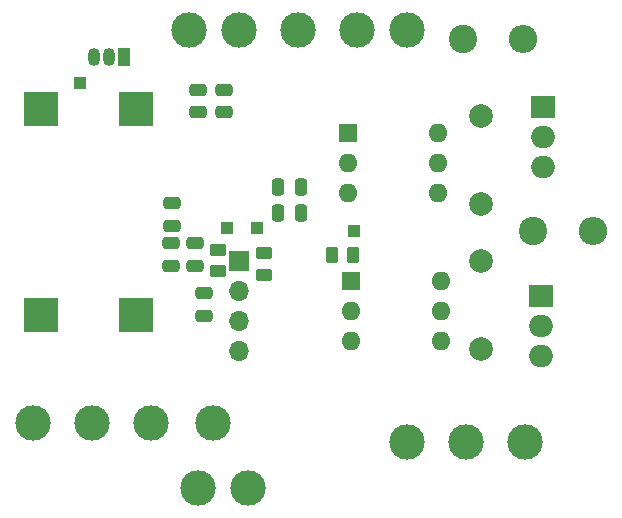
<source format=gbr>
%TF.GenerationSoftware,KiCad,Pcbnew,8.0.5-dirty*%
%TF.CreationDate,2024-11-05T15:40:09+03:00*%
%TF.ProjectId,switcher,73776974-6368-4657-922e-6b696361645f,rev?*%
%TF.SameCoordinates,Original*%
%TF.FileFunction,Soldermask,Bot*%
%TF.FilePolarity,Negative*%
%FSLAX46Y46*%
G04 Gerber Fmt 4.6, Leading zero omitted, Abs format (unit mm)*
G04 Created by KiCad (PCBNEW 8.0.5-dirty) date 2024-11-05 15:40:09*
%MOMM*%
%LPD*%
G01*
G04 APERTURE LIST*
G04 Aperture macros list*
%AMRoundRect*
0 Rectangle with rounded corners*
0 $1 Rounding radius*
0 $2 $3 $4 $5 $6 $7 $8 $9 X,Y pos of 4 corners*
0 Add a 4 corners polygon primitive as box body*
4,1,4,$2,$3,$4,$5,$6,$7,$8,$9,$2,$3,0*
0 Add four circle primitives for the rounded corners*
1,1,$1+$1,$2,$3*
1,1,$1+$1,$4,$5*
1,1,$1+$1,$6,$7*
1,1,$1+$1,$8,$9*
0 Add four rect primitives between the rounded corners*
20,1,$1+$1,$2,$3,$4,$5,0*
20,1,$1+$1,$4,$5,$6,$7,0*
20,1,$1+$1,$6,$7,$8,$9,0*
20,1,$1+$1,$8,$9,$2,$3,0*%
G04 Aperture macros list end*
%ADD10C,3.000000*%
%ADD11RoundRect,0.250000X0.262500X0.450000X-0.262500X0.450000X-0.262500X-0.450000X0.262500X-0.450000X0*%
%ADD12RoundRect,0.250000X0.475000X-0.250000X0.475000X0.250000X-0.475000X0.250000X-0.475000X-0.250000X0*%
%ADD13C,2.000000*%
%ADD14R,2.000000X1.905000*%
%ADD15O,2.000000X1.905000*%
%ADD16RoundRect,0.250000X-0.475000X0.250000X-0.475000X-0.250000X0.475000X-0.250000X0.475000X0.250000X0*%
%ADD17C,2.400000*%
%ADD18O,2.400000X2.400000*%
%ADD19R,1.050000X1.500000*%
%ADD20O,1.050000X1.500000*%
%ADD21R,1.600000X1.600000*%
%ADD22O,1.600000X1.600000*%
%ADD23R,1.700000X1.700000*%
%ADD24O,1.700000X1.700000*%
%ADD25RoundRect,0.250000X-0.250000X-0.475000X0.250000X-0.475000X0.250000X0.475000X-0.250000X0.475000X0*%
%ADD26R,1.000000X1.000000*%
%ADD27RoundRect,0.250000X0.450000X-0.262500X0.450000X0.262500X-0.450000X0.262500X-0.450000X-0.262500X0*%
%ADD28R,3.000000X3.000000*%
G04 APERTURE END LIST*
D10*
%TO.C,TP11*%
X135500000Y-61000000D03*
%TD*%
%TO.C,TP10*%
X145500000Y-61000000D03*
%TD*%
%TO.C,TP9*%
X136250000Y-99750000D03*
%TD*%
%TO.C,TP8*%
X132000000Y-99750000D03*
%TD*%
%TO.C,TP7*%
X140500000Y-61000000D03*
%TD*%
%TO.C,TP6*%
X131250000Y-61000000D03*
%TD*%
%TO.C,TP5*%
X149750000Y-61000000D03*
%TD*%
D11*
%TO.C,R16*%
X145162500Y-80000000D03*
X143337500Y-80000000D03*
%TD*%
D10*
%TO.C,J1*%
X118010000Y-94250000D03*
X123010000Y-94250000D03*
X128010000Y-94250000D03*
X133250000Y-94250000D03*
%TD*%
D12*
%TO.C,C14*%
X129800000Y-77550000D03*
X129800000Y-75650000D03*
%TD*%
D13*
%TO.C,C18*%
X156000000Y-75750000D03*
X156000000Y-68250000D03*
%TD*%
D14*
%TO.C,Q2*%
X161250000Y-67500000D03*
D15*
X161250000Y-70040000D03*
X161250000Y-72580000D03*
%TD*%
D13*
%TO.C,C19*%
X156000000Y-88000000D03*
X156000000Y-80500000D03*
%TD*%
D14*
%TO.C,Q1*%
X161055000Y-83460000D03*
D15*
X161055000Y-86000000D03*
X161055000Y-88540000D03*
%TD*%
D16*
%TO.C,C9*%
X132000000Y-66050000D03*
X132000000Y-67950000D03*
%TD*%
D17*
%TO.C,R21*%
X160385000Y-78000000D03*
D18*
X165465000Y-78000000D03*
%TD*%
D16*
%TO.C,C15*%
X132500000Y-85150000D03*
X132500000Y-83250000D03*
%TD*%
D19*
%TO.C,U3*%
X125750000Y-63250000D03*
D20*
X124480000Y-63250000D03*
X123210000Y-63250000D03*
%TD*%
D12*
%TO.C,C11*%
X134250000Y-67950000D03*
X134250000Y-66050000D03*
%TD*%
D21*
%TO.C,U6*%
X144700000Y-69725000D03*
D22*
X144700000Y-72265000D03*
X144700000Y-74805000D03*
X152320000Y-74805000D03*
X152320000Y-72265000D03*
X152320000Y-69725000D03*
%TD*%
D10*
%TO.C,J7*%
X149700000Y-95900000D03*
X154700000Y-95900000D03*
X159700000Y-95900000D03*
%TD*%
D17*
%TO.C,R20*%
X154485000Y-61750000D03*
D18*
X159565000Y-61750000D03*
%TD*%
D21*
%TO.C,U5*%
X144950000Y-82225000D03*
D22*
X144950000Y-84765000D03*
X144950000Y-87305000D03*
X152570000Y-87305000D03*
X152570000Y-84765000D03*
X152570000Y-82225000D03*
%TD*%
D23*
%TO.C,J4*%
X135500000Y-80500000D03*
D24*
X135500000Y-83040000D03*
X135500000Y-85580000D03*
X135500000Y-88120000D03*
%TD*%
D25*
%TO.C,C6*%
X138800000Y-76500000D03*
X140700000Y-76500000D03*
%TD*%
%TO.C,C1*%
X138800000Y-74250000D03*
X140700000Y-74250000D03*
%TD*%
D16*
%TO.C,C4*%
X129750000Y-79050000D03*
X129750000Y-80950000D03*
%TD*%
D26*
%TO.C,TP3*%
X134500000Y-77750000D03*
%TD*%
%TO.C,TP1*%
X122000000Y-65500000D03*
%TD*%
D27*
%TO.C,R8*%
X133750000Y-81412500D03*
X133750000Y-79587500D03*
%TD*%
%TO.C,R5*%
X137600000Y-81712500D03*
X137600000Y-79887500D03*
%TD*%
D16*
%TO.C,C7*%
X131750000Y-79050000D03*
X131750000Y-80950000D03*
%TD*%
D26*
%TO.C,TP2*%
X137000000Y-77750000D03*
%TD*%
D28*
%TO.C,D1*%
X126750000Y-67625000D03*
X118750000Y-67625000D03*
X126750000Y-85125000D03*
X118750000Y-85125000D03*
%TD*%
D26*
%TO.C,TP4*%
X145250000Y-78000000D03*
%TD*%
M02*

</source>
